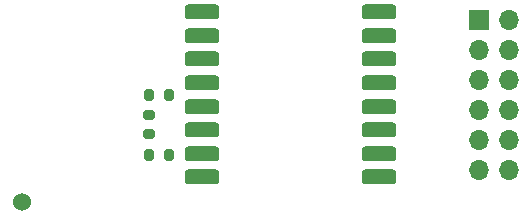
<source format=gbr>
%TF.GenerationSoftware,KiCad,Pcbnew,7.0.4*%
%TF.CreationDate,2023-05-26T13:29:51+02:00*%
%TF.ProjectId,RFM9xW_ANT,52464d39-7857-45f4-914e-542e6b696361,rev?*%
%TF.SameCoordinates,Original*%
%TF.FileFunction,Soldermask,Top*%
%TF.FilePolarity,Negative*%
%FSLAX46Y46*%
G04 Gerber Fmt 4.6, Leading zero omitted, Abs format (unit mm)*
G04 Created by KiCad (PCBNEW 7.0.4) date 2023-05-26 13:29:51*
%MOMM*%
%LPD*%
G01*
G04 APERTURE LIST*
G04 Aperture macros list*
%AMRoundRect*
0 Rectangle with rounded corners*
0 $1 Rounding radius*
0 $2 $3 $4 $5 $6 $7 $8 $9 X,Y pos of 4 corners*
0 Add a 4 corners polygon primitive as box body*
4,1,4,$2,$3,$4,$5,$6,$7,$8,$9,$2,$3,0*
0 Add four circle primitives for the rounded corners*
1,1,$1+$1,$2,$3*
1,1,$1+$1,$4,$5*
1,1,$1+$1,$6,$7*
1,1,$1+$1,$8,$9*
0 Add four rect primitives between the rounded corners*
20,1,$1+$1,$2,$3,$4,$5,0*
20,1,$1+$1,$4,$5,$6,$7,0*
20,1,$1+$1,$6,$7,$8,$9,0*
20,1,$1+$1,$8,$9,$2,$3,0*%
G04 Aperture macros list end*
%ADD10R,1.700000X1.700000*%
%ADD11O,1.700000X1.700000*%
%ADD12RoundRect,0.200000X-0.200000X-0.275000X0.200000X-0.275000X0.200000X0.275000X-0.200000X0.275000X0*%
%ADD13RoundRect,0.317500X1.157500X0.317500X-1.157500X0.317500X-1.157500X-0.317500X1.157500X-0.317500X0*%
%ADD14RoundRect,0.200000X-0.275000X0.200000X-0.275000X-0.200000X0.275000X-0.200000X0.275000X0.200000X0*%
%ADD15C,1.524000*%
G04 APERTURE END LIST*
D10*
%TO.C,J1*%
X149860000Y-43180000D03*
D11*
X152400000Y-43180000D03*
X149860000Y-45720000D03*
X152400000Y-45720000D03*
X149860000Y-48260000D03*
X152400000Y-48260000D03*
X149860000Y-50800000D03*
X152400000Y-50800000D03*
X149860000Y-53340000D03*
X152400000Y-53340000D03*
X149860000Y-55880000D03*
X152400000Y-55880000D03*
%TD*%
D12*
%TO.C,M3*%
X121920000Y-54610000D03*
X123570000Y-54610000D03*
%TD*%
D13*
%TO.C,U1*%
X141415000Y-56530000D03*
X141415000Y-54530000D03*
X141415000Y-52530000D03*
X141415000Y-50530000D03*
X141415000Y-48530000D03*
X141415000Y-46530000D03*
X141415000Y-44530000D03*
X141415000Y-42530000D03*
X126365000Y-42530000D03*
X126365000Y-44530000D03*
X126365000Y-46530000D03*
X126365000Y-48530000D03*
X126365000Y-50530000D03*
X126365000Y-52530000D03*
X126365000Y-54530000D03*
X126365000Y-56530000D03*
%TD*%
D12*
%TO.C,M1*%
X121920000Y-49530000D03*
X123570000Y-49530000D03*
%TD*%
D14*
%TO.C,M2*%
X121920000Y-51245000D03*
X121920000Y-52895000D03*
%TD*%
D15*
%TO.C,AE1*%
X111125000Y-58600000D03*
%TD*%
M02*

</source>
